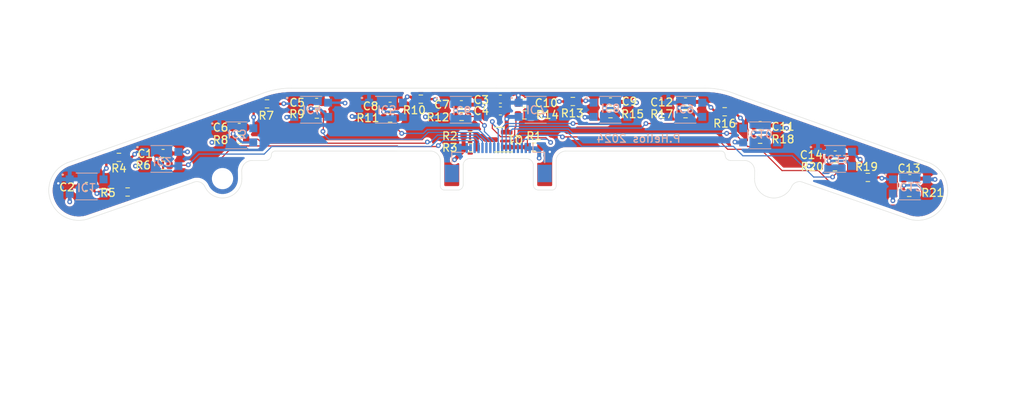
<source format=kicad_pcb>
(kicad_pcb (version 20240108) (generator "pcbnew") (generator_version "8.0")
  (layers (0 "F.Cu" signal) (1 "In1.Cu" signal) (2 "In2.Cu" signal) (31 "B.Cu" signal) (34 "B.Paste" user) (35 "F.Paste" user) (36 "B.SilkS" user "B.Silkscreen") (37 "F.SilkS" user "F.Silkscreen") (38 "B.Mask" user) (39 "F.Mask" user) (44 "Edge.Cuts" user))
  (net 0 "")
  (net 1 "+5V")
  (net 2 "Net-(C1-Pad1)")
  (net 3 "Net-(C2-Pad1)")
  (net 4 "GND")
  (net 5 "Net-(C5-Pad1)")
  (net 6 "Net-(C6-Pad1)")
  (net 7 "Net-(C7-Pad1)")
  (net 8 "Net-(C8-Pad1)")
  (net 9 "Net-(C9-Pad1)")
  (net 10 "Net-(C10-Pad1)")
  (net 11 "Net-(C11-Pad1)")
  (net 12 "Net-(C12-Pad1)")
  (net 13 "Net-(C13-Pad1)")
  (net 14 "Net-(C14-Pad1)")
  (net 15 "Net-(IC1-Pad4)")
  (net 16 "Net-(IC2-Pad1)")
  (net 17 "nmos")
  (net 18 "Net-(IC3-Pad4)")
  (net 19 "Net-(IC4-Pad1)")
  (net 20 "Net-(IC5-Pad4)")
  (net 21 "Net-(IC6-Pad1)")
  (net 22 "Net-(IC7-Pad4)")
  (net 23 "Net-(IC8-Pad1)")
  (net 24 "Net-(IC9-Pad4)")
  (net 25 "Net-(IC10-Pad1)")
  (net 26 "Net-(IC11-Pad4)")
  (net 27 "Net-(IC12-Pad1)")
  (net 28 "PA8")
  (net 29 "PA10")
  (net 30 "PB12")
  (net 31 "PA12")
  (net 32 "PC7")
  (net 33 "PA9")
  (net 34 "PB13")
  (net 35 "PB14")
  (net 36 "PC8")
  (net 37 "PC9")
  (net 38 "PC6")
  (net 39 "PB15")
  (net 40 "PA11")
  (net 41 "Net-(Q1-D)")
  (footprint "Capacitor_SMD:C_0603_1608Metric" (layer "F.Cu") (at 235.5 106)
    (property "Reference" "C13")
    (property "Value" "10n")
  )
  (footprint "Capacitor_SMD:C_0603_1608Metric" (layer "F.Cu") (at 150.375 99.5)
    (property "Reference" "C6")
    (property "Value" "10n")
  )
  (footprint "Capacitor_SMD:C_0603_1608Metric" (layer "F.Cu") (at 183.525 95.9)
    (property "Reference" "C3")
    (property "Value" "0.1u")
  )
  (footprint "Capacitor_SMD:C_0603_1608Metric" (layer "F.Cu") (at 226.025 103)
    (property "Reference" "C14")
    (property "Value" "10n")
  )
  (footprint "Resistor_SMD:R_0603_1608Metric" (layer "F.Cu") (at 186.575 97.9 180)
    (property "Reference" "R14")
    (property "Value" "220")
  )
  (footprint "Resistor_SMD:R_0603_1608Metric" (layer "F.Cu") (at 178.6 98.1)
    (property "Reference" "R12")
    (property "Value" "220")
  )
  (footprint "Capacitor_SMD:C_0603_1608Metric" (layer "F.Cu") (at 178.575 96.6)
    (property "Reference" "C7")
    (property "Value" "10n")
  )
  (footprint "Resistor_SMD:R_0603_1608Metric" (layer "F.Cu") (at 169.525 98.3)
    (property "Reference" "R11")
    (property "Value" "220")
  )
  (footprint "Resistor_SMD:R_0603_1608Metric" (layer "F.Cu") (at 235.425 107.75)
    (property "Reference" "R21")
    (property "Value" "220")
  )
  (footprint "Resistor_SMD:R_0603_1608Metric" (layer "F.Cu") (at 226 104.5)
    (property "Reference" "R20")
    (property "Value" "220")
  )
  (footprint "MountingHole:MountingHole_2.2mm_M2" (layer "F.Cu") (at 148.25 106)
    (property "Reference" "H1" (hide yes))
    (property "Value" "MountingHole")
  )
  (footprint "Resistor_SMD:R_0603_1608Metric" (layer "F.Cu") (at 160.225 97.8)
    (property "Reference" "R9")
    (property "Value" "220")
  )
  (footprint "MountingHole:MountingHole_2.2mm_M2" (layer "F.Cu") (at 218.25 106)
    (property "Reference" "H2" (hide yes))
    (property "Value" "MountingHole")
  )
  (footprint "Resistor_SMD:R_0603_1608Metric" (layer "F.Cu") (at 212 97.5)
    (property "Reference" "R16")
    (property "Value" "39")
  )
  (footprint "Capacitor_SMD:C_0603_1608Metric" (layer "F.Cu") (at 169.525 96.8)
    (property "Reference" "C8")
    (property "Value" "10n")
  )
  (footprint "Resistor_SMD:R_0603_1608Metric" (layer "F.Cu") (at 207.025 97.75)
    (property "Reference" "R17")
    (property "Value" "220")
  )
  (footprint "Resistor_SMD:R_0603_1608Metric" (layer "F.Cu") (at 197.5 97.75)
    (property "Reference" "R15")
    (property "Value" "220")
  )
  (footprint "Resistor_SMD:R_0603_1608Metric" (layer "F.Cu") (at 230.175 105.85)
    (property "Reference" "R19")
    (property "Value" "39")
  )
  (footprint "Resistor_SMD:R_0603_1608Metric" (layer "F.Cu") (at 192.725 96.2)
    (property "Reference" "R13")
    (property "Value" "39")
  )
  (footprint "Capacitor_SMD:C_0603_1608Metric" (layer "F.Cu") (at 140.7 102.8)
    (property "Reference" "C1")
    (property "Value" "10n")
  )
  (footprint "Capacitor_SMD:C_0603_1608Metric" (layer "F.Cu") (at 160.2 96.3)
    (property "Reference" "C5")
    (property "Value" "10n")
  )
  (footprint "Resistor_SMD:R_0603_1608Metric" (layer "F.Cu") (at 135.1 103.3)
    (property "Reference" "R4")
    (property "Value" "39")
  )
  (footprint "Capacitor_SMD:C_0603_1608Metric" (layer "F.Cu") (at 207.025 96.25)
    (property "Reference" "C12")
    (property "Value" "10n")
  )
  (footprint "Capacitor_SMD:C_0603_1608Metric" (layer "F.Cu") (at 197.5 96.25)
    (property "Reference" "C9")
    (property "Value" "10n")
  )
  (footprint "Capacitor_SMD:C_0603_1608Metric" (layer "F.Cu") (at 186.525 96.4 180)
    (property "Reference" "C10")
    (property "Value" "10n")
  )
  (footprint "Resistor_SMD:R_0603_1608Metric" (layer "F.Cu") (at 136.2 107.7)
    (property "Reference" "R5")
    (property "Value" "220")
  )
  (footprint "Resistor_SMD:R_0603_1608Metric" (layer "F.Cu") (at 179.7 102.075 180)
    (property "Reference" "R3")
    (property "Value" "47")
  )
  (footprint "Resistor_SMD:R_0603_1608Metric" (layer "F.Cu") (at 150.425 101)
    (property "Reference" "R8")
    (property "Value" "220")
  )
  (footprint "NMOS_new:NMOS_SN" (layer "F.Cu") (at 183.5 101.128 180)
    (property "Reference" "Q1")
    (property "Value" "NMOS")
  )
  (footprint "Capacitor_SMD:C_0603_1608Metric" (layer "F.Cu") (at 183.525 97.4)
    (property "Reference" "C4")
    (property "Value" "1u")
  )
  (footprint "Capacitor_SMD:C_0603_1608Metric" (layer "F.Cu") (at 130.975 107 180)
    (property "Reference" "C2")
    (property "Value" "10n")
  )
  (footprint "Resistor_SMD:R_0603_1608Metric" (layer "F.Cu") (at 140.7 104.3)
    (property "Reference" "R6")
    (property "Value" "220")
  )
  (footprint "Resistor_SMD:R_0603_1608Metric" (layer "F.Cu") (at 187.775 102 180)
    (property "Reference" "R1")
    (property "Value" "47K")
  )
  (footprint "Resistor_SMD:R_0603_1608Metric" (layer "F.Cu") (at 179.675 100.575 180)
    (property "Reference" "R2")
    (property "Value" "47")
  )
  (footprint "Capacitor_SMD:C_0603_1608Metric" (layer "F.Cu") (at 216.5 99.25)
    (property "Reference" "C11")
    (property "Value" "10n")
  )
  (footprint "Resistor_SMD:R_0603_1608Metric" (layer "F.Cu") (at 216.5 101)
    (property "Reference" "R18")
    (property "Value" "220")
  )
  (footprint "Resistor_SMD:R_0603_1608Metric" (layer "F.Cu") (at 173.425 95.9)
    (property "Reference" "R10")
    (property "Value" "39")
  )
  (footprint "Resistor_SMD:R_0603_1608Metric" (layer "F.Cu") (at 153.9 96.5)
    (property "Reference" "R7")
    (property "Value" "39")
  )
  (footprint "Sensor_Optical:KTIR0711S" (layer "B.Cu") (at 140.5 103.5)
    (property "Reference" "IC2")
    (property "Value" "~")
  )
  (footprint "Sensor_Optical:KTIR0711S" (layer "B.Cu") (at 235.5 107)
    (property "Reference" "IC12")
    (property "Value" "~")
  )
  (footprint "Sensor_Optical:KTIR0711S" (layer "B.Cu") (at 178.5 97.25)
    (property "Reference" "IC6")
    (property "Value" "~")
  )
  (footprint "Sensor_Optical:KTIR0711S" (layer "B.Cu") (at 131 107)
    (property "Reference" "IC1")
    (property "Value" "~")
  )
  (footprint "Sensor_Optical:KTIR0711S" (layer "B.Cu") (at 150 100.5)
    (property "Reference" "IC3")
    (property "Value" "~")
  )
  (footprint "Sensor_Optical:KTIR0711S" (layer "B.Cu") (at 216.5 100.5)
    (property "Reference" "IC10")
    (property "Value" "~")
  )
  (footprint "Sensor_Optical:KTIR0711S" (layer "B.Cu") (at 188 97.25)
    (property "Reference" "IC7")
    (property "Value" "~")
  )
  (footprint "Connector_FFC-FPC:Hirose_FH12-17S-0.5SH_1x17-1MP_P0.50mm_Horizontal" (layer "B.Cu") (at 183.25 103.95 180)
    (property "Reference" "J2" (hide yes))
    (property "Value" "Conn_01x17")
  )
  (footprint "Sensor_Optical:KTIR0711S" (layer "B.Cu") (at 226 103.5)
    (property "Reference" "IC11")
    (property "Value" "~")
  )
  (footprint "Sensor_Optical:KTIR0711S" (layer "B.Cu") (at 197.5 97.25)
    (property "Reference" "IC8")
    (property "Value" "~")
  )
  (footprint "Sensor_Optical:KTIR0711S" (layer "B.Cu") (at 159.5 97.25)
    (property "Reference" "IC4")
    (property "Value" "~")
  )
  (footprint "Sensor_Optical:KTIR0711S" (layer "B.Cu") (at 169 97.25)
    (property "Reference" "IC5")
    (property "Value" "~")
  )
  (footprint "Sensor_Optical:KTIR0711S" (layer "B.Cu") (at 207 97.25)
    (property "Reference" "IC9")
    (property "Value" "~")
  )
  (gr_arc (start 178.8 104.3) (mid 179.048959 103.698959) (end 179.65 103.45) (stroke (width 0.05)) (layer "Edge.Cuts"))
  (gr_arc (start 186.85 103.45) (mid 187.451041 103.698959) (end 187.7 104.3) (stroke (width 0.05)) (layer "Edge.Cuts"))
  (gr_arc (start 220.500001 107) (mid 221.146447 106.439341) (end 222 106.500001) (stroke (width 0.05)) (layer "Edge.Cuts"))
  (gr_arc (start 220.5 107) (mid 217.738865 108.408577) (end 215.787786 106) (stroke (width 0.05)) (layer "Edge.Cuts"))
  (gr_arc (start 178.8 106.8) (mid 178.609619 107.259619) (end 178.15 107.45) (stroke (width 0.05)) (layer "Edge.Cuts"))
  (gr_line (start 213.574599 95.322829) (end 238 104) (stroke (width 0.05)) (layer "Edge.Cuts"))
  (gr_arc (start 154.447225 103) (mid 154.594484 102.644484) (end 154.95 102.497225) (stroke (width 0.05)) (layer "Edge.Cuts"))
  (gr_line (start 150.697225 105) (end 150.712214 106) (stroke (width 0.05)) (layer "Edge.Cuts"))
  (gr_line (start 175.9 103.75) (end 175.9 106.95) (stroke (width 0.05)) (layer "Edge.Cuts"))
  (gr_arc (start 190.6 106.95) (mid 190.453553 107.303553) (end 190.1 107.45) (stroke (width 0.05)) (layer "Edge.Cuts"))
  (gr_arc (start 209.5 94.5) (mid 211.578425 94.707763) (end 213.574599 95.322829) (stroke (width 0.05)) (layer "Edge.Cuts"))
  (gr_arc (start 212.75 103.697225) (mid 212.256987 103.493013) (end 212.052775 103) (stroke (width 0.05)) (layer "Edge.Cuts"))
  (gr_line (start 183 94.5) (end 209.5 94.5) (stroke (width 0.05)) (layer "Edge.Cuts"))
  (gr_arc (start 154.447225 103) (mid 154.243013 103.493013) (end 153.75 103.697225) (stroke (width 0.05)) (layer "Edge.Cuts"))
  (gr_arc (start 131.414213 111.035533) (mid 126.481973 108.957215) (end 128.5 104.000001) (stroke (width 0.05)) (layer "Edge.Cuts"))
  (gr_arc (start 190.6 103.75) (mid 190.966117 102.866117) (end 191.85 102.5) (stroke (width 0.05)) (layer "Edge.Cuts"))
  (gr_line (start 174.65 102.5) (end 154.95 102.497225) (stroke (width 0.05)) (layer "Edge.Cuts"))
  (gr_arc (start 211.55 102.497225) (mid 211.905516 102.644484) (end 212.052775 103) (stroke (width 0.05)) (layer "Edge.Cuts"))
  (gr_arc (start 150.697225 105) (mid 151.078799 104.078799) (end 152 103.697225) (stroke (width 0.05)) (layer "Edge.Cuts"))
  (gr_arc (start 144.5 106.500001) (mid 145.353553 106.439341) (end 145.999999 107) (stroke (width 0.05)) (layer "Edge.Cuts"))
  (gr_arc (start 176.4 107.45) (mid 176.046447 107.303553) (end 175.9 106.95) (stroke (width 0.05)) (layer "Edge.Cuts"))
  (gr_line (start 190.1 107.45) (end 188.35 107.45) (stroke (width 0.05)) (layer "Edge.Cuts"))
  (gr_line (start 183 94.5) (end 157 94.5) (stroke (width 0.05)) (layer "Edge.Cuts"))
  (gr_line (start 214.5 103.697225) (end 212.75 103.697225) (stroke (width 0.05)) (layer "Edge.Cuts"))
  (gr_line (start 131.414213 111.035533) (end 144.5 106.5) (stroke (width 0.05)) (layer "Edge.Cuts"))
  (gr_arc (start 152.925401 95.322829) (mid 154.921575 94.707763) (end 157 94.5) (stroke (width 0.05)) (layer "Edge.Cuts"))
  (gr_line (start 152.925401 95.322829) (end 128.5 104) (stroke (width 0.05)) (layer "Edge.Cuts"))
  (gr_line (start 187.7 104.3) (end 187.7 106.8) (stroke (width 0.05)) (layer "Edge.Cuts"))
  (gr_line (start 235.085787 111.035533) (end 222 106.5) (stroke (width 0.05)) (layer "Edge.Cuts"))
  (gr_line (start 215.802775 105) (end 215.787786 106) (stroke (width 0.05)) (layer "Edge.Cuts"))
  (gr_arc (start 214.5 103.697225) (mid 215.421201 104.078799) (end 215.802775 105) (stroke (width 0.05)) (layer "Edge.Cuts"))
  (gr_line (start 186.85 103.45) (end 179.65 103.45) (stroke (width 0.05)) (layer "Edge.Cuts"))
  (gr_line (start 178.8 104.3) (end 178.8 106.8) (stroke (width 0.05)) (layer "Edge.Cuts"))
  (gr_arc (start 150.712214 106) (mid 148.761135 108.408576) (end 146 107) (stroke (width 0.05)) (layer "Edge.Cuts"))
  (gr_line (start 190.6 106.95) (end 190.6 103.75) (stroke (width 0.05)) (layer "Edge.Cuts"))
  (gr_arc (start 174.65 102.5) (mid 175.533883 102.866117) (end 175.9 103.75) (stroke (width 0.05)) (layer "Edge.Cuts"))
  (gr_line (start 178.15 107.45) (end 176.4 107.45) (stroke (width 0.05)) (layer "Edge.Cuts"))
  (gr_arc (start 238 104.000001) (mid 240.018028 108.957215) (end 235.085787 111.035533) (stroke (width 0.05)) (layer "Edge.Cuts"))
  (gr_line (start 211.55 102.497225) (end 191.85 102.5) (stroke (width 0.05)) (layer "Edge.Cuts"))
  (gr_arc (start 188.35 107.45) (mid 187.890381 107.259619) (end 187.7 106.8) (stroke (width 0.05)) (layer "Edge.Cuts"))
  (gr_line (start 153.75 103.697225) (end 152 103.697225) (stroke (width 0.05)) (layer "Edge.Cuts"))
  (gr_text "P.Helios 2024" (at 206.5 101.5 -0) (layer "B.SilkS") (effects (font (size 1 1) (thickness 0.16) (bold yes)) (justify left bottom mirror)))
  (segment (start 188.6 102) (end 189.2 102) (width 0.3) (layer "F.Cu") (net 1))
  (segment (start 185.8 95.4) (end 185.8 95.3) (width 0.5) (layer "F.Cu") (net 1))
  (segment (start 189.2 102) (end 189.8 102.6) (width 0.3) (layer "F.Cu") (net 1))
  (segment (start 185.8 96.3) (end 185.8 95.4) (width 0.5) (layer "F.Cu") (net 1))
  (segment (start 185.75 96.4) (end 185.9 96.4) (width 0.15) (layer "F.Cu") (net 1))
  (segment (start 185.9 96.4) (end 185.8 96.3) (width 0.5) (layer "F.Cu") (net 1))
  (via (at 189.8 102.6) (size 0.6) (drill 0.3) (layers "F.Cu" "B.Cu") (net 1))
  (via (at 127.4 106.6) (size 0.6) (drill 0.3) (layers "F.Cu" "B.Cu") (net 1))
  (via (at 177.4 102.1) (size 0.6) (drill 0.3) (layers "F.Cu" "B.Cu") (net 1))
  (via (at 185.8 95.4) (size 0.6) (drill 0.3) (layers "F.Cu" "B.Cu") (net 1))
  (segment (start 177.9 102.1) (end 177.4 102.1) (width 0.5) (layer "B.Cu") (net 1))
  (segment (start 179.25 102.1) (end 179.65 102.1) (width 0.5) (layer "B.Cu") (net 1))
  (segment (start 179.25 102.1) (end 177.9 102.1) (width 0.5) (layer "B.Cu") (net 1))
  (segment (start 139.925 104.25) (end 139.875 104.3) (width 0.3) (layer "F.Cu") (net 2))
  (segment (start 139.9 103.5) (end 139.925 103.525) (width 0.3) (layer "F.Cu") (net 2))
  (segment (start 139.925 103.475) (end 139.9 103.5) (width 0.3) (layer "F.Cu") (net 2))
  (segment (start 139.925 103.525) (end 139.925 104.25) (width 0.3) (layer "F.Cu") (net 2))
  (segment (start 139.925 102.8) (end 139.925 103.475) (width 0.3) (layer "F.Cu") (net 2))
  (via (at 139.9 103.5) (size 0.6) (drill 0.3) (layers "F.Cu" "B.Cu") (net 2))
  (segment (start 139.9 103.5) (end 140.8 104.4) (width 0.3) (layer "B.Cu") (net 2))
  (segment (start 140.8 104.4) (end 142.65 104.4) (width 0.3) (layer "B.Cu") (net 2))
  (segment (start 132.5 107.7) (end 132.3 107.9) (width 0.3) (layer "F.Cu") (net 3))
  (segment (start 131.75 107) (end 131.75 107.35) (width 0.3) (layer "F.Cu") (net 3))
  (segment (start 131.75 107.35) (end 132.3 107.9) (width 0.3) (layer "F.Cu") (net 3))
  (segment (start 135.375 107.7) (end 132.5 107.7) (width 0.3) (layer "F.Cu") (net 3))
  (via (at 132.3 107.9) (size 0.6) (drill 0.3) (layers "F.Cu" "B.Cu") (net 3))
  (segment (start 133.15 107.9) (end 132.3 107.9) (width 0.3) (layer "B.Cu") (net 3))
  (segment (start 184.3255 98.435352) (end 184.3255 100.1) (width 0.5) (layer "F.Cu") (net 4))
  (segment (start 184.335852 98.425) (end 184.3255 98.435352) (width 0.5) (layer "F.Cu") (net 4))
  (segment (start 184.3 95.9) (end 184.3 98.389148) (width 0.5) (layer "F.Cu") (net 4))
  (segment (start 184.3 98.389148) (end 184.335852 98.425) (width 0.5) (layer "F.Cu") (net 4))
  (via (at 164.7 98.1) (size 0.6) (drill 0.3) (layers "F.Cu" "B.Cu") (net 4))
  (via (at 174 98.15) (size 0.6) (drill 0.3) (layers "F.Cu" "B.Cu") (net 4))
  (via (at 203.9 98.15) (size 0.6) (drill 0.3) (layers "F.Cu" "B.Cu") (net 4))
  (via (at 213.3 101.35) (size 0.6) (drill 0.3) (layers "F.Cu" "B.Cu") (net 4))
  (via (at 233.35 108.8) (size 0.6) (drill 0.3) (layers "F.Cu" "B.Cu") (net 4))
  (via (at 137.2 104.4) (size 0.6) (drill 0.3) (layers "F.Cu" "B.Cu") (net 4))
  (via (at 184.335852 98.425) (size 0.6) (drill 0.3) (layers "F.Cu" "B.Cu") (net 4))
  (via (at 194.25 98.2) (size 0.6) (drill 0.3) (layers "F.Cu" "B.Cu") (net 4))
  (via (at 222.7 104.4) (size 0.6) (drill 0.3) (layers "F.Cu" "B.Cu") (net 4))
  (via (at 146.9 101.4) (size 0.6) (drill 0.3) (layers "F.Cu" "B.Cu") (net 4))
  (via (at 156.4 98.2) (size 0.6) (drill 0.3) (layers "F.Cu" "B.Cu") (net 4))
  (via (at 128.85 108.95) (size 0.6) (drill 0.3) (layers "F.Cu" "B.Cu") (net 4))
  (via (at 188.45 103.4) (size 0.6) (drill 0.3) (layers "F.Cu" "B.Cu") (net 4))
  (segment (start 233.35 107.9) (end 233.35 108.8) (width 0.5) (layer "B.Cu") (net 4))
  (segment (start 128.85 108.95) (end 128.85 107.9) (width 0.5) (layer "B.Cu") (net 4))
  (segment (start 204.85 98.15) (end 203.9 98.15) (width 0.5) (layer "B.Cu") (net 4))
  (segment (start 184.610852 98.15) (end 185.85 98.15) (width 0.5) (layer "B.Cu") (net 4))
  (segment (start 188.45 102.55) (end 188.45 103.4) (width 0.5) (layer "B.Cu") (net 4))
  (segment (start 128.85 108.95) (end 128.9 109) (width 0.3) (layer "B.Cu") (net 4))
  (segment (start 164.7 98.1) (end 164.75 98.15) (width 0.5) (layer "B.Cu") (net 4))
  (segment (start 184.335852 98.425) (end 184.610852 98.15) (width 0.5) (layer "B.Cu") (net 4))
  (segment (start 156.45 98.15) (end 156.4 98.2) (width 0.3) (layer "B.Cu") (net 4))
  (segment (start 214.35 101.4) (end 213.508448 101.4) (width 0.5) (layer "B.Cu") (net 4))
  (segment (start 187.25 102.15) (end 188.05 102.15) (width 0.5) (layer "B.Cu") (net 4))
  (segment (start 164.75 98.15) (end 166.85 98.15) (width 0.5) (layer "B.Cu") (net 4))
  (segment (start 187.25 102.15) (end 186.85 102.15) (width 0.5) (layer "B.Cu") (net 4))
  (segment (start 233.35 108.8) (end 233.35 108.85) (width 0.5) (layer "B.Cu") (net 4))
  (segment (start 223.85 104.4) (end 222.7 104.4) (width 0.5) (layer "B.Cu") (net 4))
  (segment (start 147.85 101.4) (end 146.9 101.4) (width 0.5) (layer "B.Cu") (net 4))
  (segment (start 194.25 98.2) (end 195.3 98.2) (width 0.5) (layer "B.Cu") (net 4))
  (segment (start 138.35 104.4) (end 137.2 104.4) (width 0.5) (layer "B.Cu") (net 4))
  (segment (start 188.05 102.15) (end 188.45 102.55) (width 0.5) (layer "B.Cu") (net 4))
  (segment (start 157.35 98.15) (end 156.45 98.15) (width 0.5) (layer "B.Cu") (net 4))
  (segment (start 176.35 98.15) (end 174 98.15) (width 0.5) (layer "B.Cu") (net 4))
  (segment (start 203.9 98.15) (end 203.95 98.15) (width 0.5) (layer "B.Cu") (net 4))
  (segment (start 159.425 97.775) (end 159.4 97.8) (width 0.3) (layer "F.Cu") (net 5))
  (segment (start 159.425 96.3) (end 159.425 97.025) (width 0.3) (layer "F.Cu") (net 5))
  (segment (start 159.5 97.1) (end 159.425 97.175) (width 0.3) (layer "F.Cu") (net 5))
  (segment (start 159.425 97.025) (end 159.5 97.1) (width 0.3) (layer "F.Cu") (net 5))
  (segment (start 159.425 97.175) (end 159.425 97.775) (width 0.3) (layer "F.Cu") (net 5))
  (via (at 159.5 97.1) (size 0.6) (drill 0.3) (layers "F.Cu" "B.Cu") (net 5))
  (segment (start 160.6 97.1) (end 161.65 98.15) (width 0.3) (layer "B.Cu") (net 5))
  (segment (start 159.5 97.1) (end 160.6 97.1) (width 0.3) (layer "B.Cu") (net 5))
  (segment (start 149.6 100.3) (end 149.6 101) (width 0.3) (layer "F.Cu") (net 6))
  (segment (start 149.6 99.5) (end 149.6 100.3) (width 0.3) (layer "F.Cu") (net 6))
  (via (at 149.6 100.3) (size 0.6) (drill 0.3) (layers "F.Cu" "B.Cu") (net 6))
  (segment (start 150.7 101.4) (end 152.15 101.4) (width 0.3) (layer "B.Cu") (net 6))
  (segment (start 149.6 100.3) (end 150.7 101.4) (width 0.3) (layer "B.Cu") (net 6))
  (segment (start 177.85 97.35) (end 177.8 97.4) (width 0.3) (layer "F.Cu") (net 7))
  (segment (start 177.8 98.075) (end 177.775 98.1) (width 0.3) (layer "F.Cu") (net 7))
  (segment (start 177.8 97.4) (end 177.8 98.075) (width 0.3) (layer "F.Cu") (net 7))
  (segment (start 177.8 97.3) (end 177.85 97.35) (width 0.3) (layer "F.Cu") (net 7))
  (segment (start 177.8 96.6) (end 177.8 97.3) (width 0.3) (layer "F.Cu") (net 7))
  (via (at 177.85 97.35) (size 0.6) (drill 0.3) (layers "F.Cu" "B.Cu") (net 7))
  (segment (start 177.95 97.45) (end 177.85 97.35) (width 0.3) (layer "B.Cu") (net 7))
  (segment (start 180.65 98.15) (end 179.95 97.45) (width 0.3) (layer "B.Cu") (net 7))
  (segment (start 179.95 97.45) (end 177.95 97.45) (width 0.3) (layer "B.Cu") (net 7))
  (segment (start 168.7 98.3) (end 168.7 97.5) (width 0.3) (layer "F.Cu") (net 8))
  (segment (start 168.7 97.5) (end 168.7 96.85) (width 0.3) (layer "F.Cu") (net 8))
  (segment (start 168.7 96.85) (end 168.75 96.8) (width 0.3) (layer "F.Cu") (net 8))
  (via (at 168.7 97.5) (size 0.6) (drill 0.3) (layers "F.Cu" "B.Cu") (net 8))
  (segment (start 168.7 97.5) (end 170.5 97.5) (width 0.3) (layer "B.Cu") (net 8))
  (segment (start 170.5 97.5) (end 171.15 98.15) (width 0.3) (layer "B.Cu") (net 8))
  (segment (start 196.75 97.05) (end 196.725 97.075) (width 0.5) (layer "F.Cu") (net 9))
  (segment (start 196.725 97.025) (end 196.75 97.05) (width 0.5) (layer "F.Cu") (net 9))
  (segment (start 196.725 97.7) (end 196.675 97.75) (width 0.5) (layer "F.Cu") (net 9))
  (segment (start 196.725 97.075) (end 196.725 97.7) (width 0.5) (layer "F.Cu") (net 9))
  (segment (start 196.725 96.25) (end 196.725 97.025) (width 0.5) (layer "F.Cu") (net 9))
  (via (at 196.75 97.05) (size 0.6) (drill 0.3) (layers "F.Cu" "B.Cu") (net 9))
  (segment (start 199.15 98.15) (end 199.65 98.15) (width 0.3) (layer "B.Cu") (net 9))
  (segment (start 196.75 97.05) (end 198.05 97.05) (width 0.3) (layer "B.Cu") (net 9))
  (segment (start 198.05 97.05) (end 199.15 98.15) (width 0.3) (layer "B.Cu") (net 9))
  (segment (start 187.3 97.8) (end 187.4 97.9) (width 0.3) (layer "F.Cu") (net 10))
  (segment (start 187.4 97.9) (end 188.65 97.9) (width 0.3) (layer "F.Cu") (net 10))
  (segment (start 188.65 97.9) (end 188.75 98) (width 0.3) (layer "F.Cu") (net 10))
  (segment (start 187.3 96.4) (end 187.3 97.8) (width 0.3) (layer "F.Cu") (net 10))
  (via (at 188.75 98) (size 0.6) (drill 0.3) (layers "F.Cu" "B.Cu") (net 10))
  (segment (start 188.9 98.15) (end 188.75 98) (width 0.15) (layer "B.Cu") (net 10))
  (segment (start 190.15 98.15) (end 188.9 98.15) (width 0.15) (layer "B.Cu") (net 10))
  (segment (start 215.675 100.175) (end 215.65 100.15) (width 0.3) (layer "F.Cu") (net 11))
  (segment (start 215.65 100.15) (end 215.675 100.125) (width 0.3) (layer "F.Cu") (net 11))
  (segment (start 215.675 101) (end 215.675 100.175) (width 0.3) (layer "F.Cu") (net 11))
  (segment (start 215.675 100.125) (end 215.675 99.3) (width 0.3) (layer "F.Cu") (net 11))
  (segment (start 215.675 99.3) (end 215.725 99.25) (width 0.3) (layer "F.Cu") (net 11))
  (via (at 215.65 100.15) (size 0.6) (drill 0.3) (layers "F.Cu" "B.Cu") (net 11))
  (segment (start 217.45 100.15) (end 218.65 101.35) (width 0.3) (layer "B.Cu") (net 11))
  (segment (start 215.65 100.15) (end 217.45 100.15) (width 0.3) (layer "B.Cu") (net 11))
  (segment (start 218.65 101.35) (end 218.65 101.4) (width 0.3) (layer "B.Cu") (net 11))
  (segment (start 206.25 97.7) (end 206.2 97.75) (width 0.3) (layer "F.Cu") (net 12))
  (segment (start 206.25 96.25) (end 206.25 97) (width 0.3) (layer "F.Cu") (net 12))
  (segment (start 206.25 97) (end 206.25 97.7) (width 0.3) (layer "F.Cu") (net 12))
  (via (at 206.25 97) (size 0.6) (drill 0.3) (layers "F.Cu" "B.Cu") (net 12))
  (segment (start 206.25 97) (end 207.65 97) (width 0.3) (layer "B.Cu") (net 12))
  (segment (start 207.65 97) (end 208.8 98.15) (width 0.3) (layer "B.Cu") (net 12))
  (segment (start 208.8 98.15) (end 209.15 98.15) (width 0.3) (layer "B.Cu") (net 12))
  (segment (start 234.725 107.625) (end 234.6 107.75) (width 0.3) (layer "F.Cu") (net 13))
  (segment (start 234.725 106.875) (end 234.725 107.625) (width 0.3) (layer "F.Cu") (net 13))
  (segment (start 234.75 106.85) (end 234.725 106.875) (width 0.3) (layer "F.Cu") (net 13))
  (segment (start 234.725 106) (end 234.725 106.825) (width 0.3) (layer "F.Cu") (net 13))
  (segment (start 234.725 106.825) (end 234.75 106.85) (width 0.3) (layer "F.Cu") (net 13))
  (via (at 234.75 106.85) (size 0.6) (drill 0.3) (layers "F.Cu" "B.Cu") (net 13))
  (segment (start 236.6 106.85) (end 237.65 107.9) (width 0.3) (layer "B.Cu") (net 13))
  (segment (start 234.75 106.85) (end 236.6 106.85) (width 0.3) (layer "B.Cu") (net 13))
  (segment (start 225.25 103.75) (end 225.25 104.425) (width 0.3) (layer "F.Cu") (net 14))
  (segment (start 225.25 104.425) (end 225.175 104.5) (width 0.3) (layer "F.Cu") (net 14))
  (segment (start 225.25 103) (end 225.25 103.75) (width 0.3) (layer "F.Cu") (net 14))
  (via (at 225.25 103.75) (size 0.6) (drill 0.3) (layers "F.Cu" "B.Cu") (net 14))
  (segment (start 225.25 103.75) (end 227.5 103.75) (width 0.3) (layer "B.Cu") (net 14))
  (segment (start 227.5 103.75) (end 228.15 104.4) (width 0.3) (layer "B.Cu") (net 14))
  (segment (start 133.5 104.075) (end 134.275 103.3) (width 0.3) (layer "F.Cu") (net 15))
  (segment (start 133.5 104.7) (end 133.5 104.075) (width 0.3) (layer "F.Cu") (net 15))
  (via (at 133.5 104.7) (size 0.6) (drill 0.3) (layers "F.Cu" "B.Cu") (net 15))
  (segment (start 133.15 106.1) (end 133.15 105.05) (width 0.3) (layer "B.Cu") (net 15))
  (segment (start 133.15 105.05) (end 133.5 104.7) (width 0.3) (layer "B.Cu") (net 15))
  (segment (start 136.7 103.3) (end 137.1 102.9) (width 0.3) (layer "F.Cu") (net 16))
  (segment (start 135.925 103.3) (end 136.7 103.3) (width 0.3) (layer "F.Cu") (net 16))
  (via (at 137.1 102.9) (size 0.6) (drill 0.3) (layers "F.Cu" "B.Cu") (net 16))
  (segment (start 138.35 102.6) (end 137.4 102.6) (width 0.3) (layer "B.Cu") (net 16))
  (segment (start 137.4 102.6) (end 137.1 102.9) (width 0.3) (layer "B.Cu") (net 16))
  (segment (start 178.875 102.075) (end 178.875 102.425) (width 0.5) (layer "F.Cu") (net 17))
  (segment (start 178.85 100.575) (end 178.85 102.05) (width 0.5) (layer "F.Cu") (net 17))
  (segment (start 178.85 102.05) (end 178.875 102.075) (width 0.5) (layer "F.Cu") (net 17))
  (segment (start 178.875 102.425) (end 177.7 103.6) (width 0.5) (layer "F.Cu") (net 17))
  (via (at 219.85 99.6) (size 0.6) (drill 0.3) (layers "F.Cu" "B.Cu") (net 17))
  (via (at 177.7 103.6) (size 0.6) (drill 0.3) (layers "F.Cu" "B.Cu") (net 17))
  (via (at 238.7 106.1) (size 0.6) (drill 0.3) (layers "F.Cu" "B.Cu") (net 17))
  (via (at 163.8 96.4) (size 0.6) (drill 0.3) (layers "F.Cu" "B.Cu") (net 17))
  (via (at 200.8 96.35) (size 0.6) (drill 0.3) (layers "F.Cu" "B.Cu") (net 17))
  (via (at 181.3 96.7) (size 0.6) (drill 0.3) (layers "F.Cu" "B.Cu") (net 17))
  (via (at 143.8 102.6) (size 0.6) (drill 0.3) (layers "F.Cu" "B.Cu") (net 17))
  (segment (start 142.65 102.6) (end 143.8 102.6) (width 0.3) (layer "B.Cu") (net 17))
  (segment (start 181.3 96.7) (end 180.95 96.35) (width 0.5) (layer "B.Cu") (net 17))
  (segment (start 218.65 99.6) (end 219.85 99.6) (width 0.5) (layer "B.Cu") (net 17))
  (segment (start 180.95 96.35) (end 180.65 96.35) (width 0.5) (layer "B.Cu") (net 17))
  (segment (start 219.85 99.6) (end 219.8 99.6) (width 0.5) (layer "B.Cu") (net 17))
  (segment (start 199.65 96.35) (end 200.8 96.35) (width 0.5) (layer "B.Cu") (net 17))
  (segment (start 163.8 96.4) (end 163.75 96.35) (width 0.3) (layer "B.Cu") (net 17))
  (segment (start 237.65 106.1) (end 238.7 106.1) (width 0.5) (layer "B.Cu") (net 17))
  (segment (start 200.8 96.35) (end 200.85 96.35) (width 0.5) (layer "B.Cu") (net 17))
  (segment (start 163.75 96.35) (end 161.65 96.35) (width 0.3) (layer "B.Cu") (net 17))
  (segment (start 153.075 96.5) (end 152.9 96.5) (width 0.3) (layer "F.Cu") (net 18))
  (segment (start 152.2 97.2) (end 152.2 98.2) (width 0.3) (layer "F.Cu") (net 18))
  (segment (start 152.9 96.5) (end 152.2 97.2) (width 0.3) (layer "F.Cu") (net 18))
  (via (at 152.2 98.2) (size 0.6) (drill 0.3) (layers "F.Cu" "B.Cu") (net 18))
  (segment (start 152.2 99.55) (end 152.15 99.6) (width 0.3) (layer "B.Cu") (net 18))
  (segment (start 152.2 98.2) (end 152.2 99.55) (width 0.3) (layer "B.Cu") (net 18))
  (segment (start 156 96.5) (end 154.725 96.5) (width 0.3) (layer "F.Cu") (net 19))
  (segment (start 156.025 96.475) (end 156 96.5) (width 0.3) (layer "F.Cu") (net 19))
  (via (at 156.025 96.475) (size 0.6) (drill 0.3) (layers "F.Cu" "B.Cu") (net 19))
  (segment (start 156.025 96.475) (end 157.225 96.475) (width 0.3) (layer "B.Cu") (net 19))
  (segment (start 157.225 96.475) (end 157.35 96.35) (width 0.3) (layer "B.Cu") (net 19))
  (segment (start 172.1 95.6) (end 172.6 96.1) (width 0.3) (layer "F.Cu") (net 20))
  (segment (start 171.7 95.6) (end 172.1 95.6) (width 0.3) (layer "F.Cu") (net 20))
  (via (at 171.7 95.6) (size 0.6) (drill 0.3) (layers "F.Cu" "B.Cu") (net 20))
  (segment (start 171.15 96.15) (end 171.15 96.35) (width 0.3) (layer "B.Cu") (net 20))
  (segment (start 171.7 95.6) (end 171.15 96.15) (width 0.3) (layer "B.Cu") (net 20))
  (segment (start 175.25 95.95) (end 175.2 95.9) (width 0.3) (layer "F.Cu") (net 21))
  (segment (start 175.2 95.9) (end 174.45 95.9) (width 0.3) (layer "F.Cu") (net 21))
  (segment (start 174.45 95.9) (end 174.25 96.1) (width 0.3) (layer "F.Cu") (net 21))
  (via (at 175.25 95.95) (size 0.6) (drill 0.3) (layers "F.Cu" "B.Cu") (net 21))
  (segment (start 175.25 95.95) (end 175.65 96.35) (width 0.3) (layer "B.Cu") (net 21))
  (segment (start 175.65 96.35) (end 176.35 96.35) (width 0.3) (layer "B.Cu") (net 21))
  (segment (start 191 96.2) (end 190.95 96.2) (width 0.3) (layer "F.Cu") (net 22))
  (segment (start 191.9 96.2) (end 191 96.2) (width 0.3) (layer "F.Cu") (net 22))
  (segment (start 190.95 96.2) (end 190.95 96.2) (width 0.3) (layer "F.Cu") (net 22))
  (segment (start 191 96.15) (end 191 96.2) (width 0.3) (layer "F.Cu") (net 22))
  (via (at 191 96.2) (size 0.6) (drill 0.3) (layers "F.Cu" "B.Cu") (net 22))
  (segment (start 190.3 96.2) (end 190.15 96.35) (width 0.3) (layer "B.Cu") (net 22))
  (segment (start 191 96.2) (end 190.3 96.2) (width 0.3) (layer "B.Cu") (net 22))
  (segment (start 193.65 96.1) (end 193.55 96.2) (width 0.3) (layer "F.Cu") (net 23))
  (segment (start 194.35 96.1) (end 193.65 96.1) (width 0.3) (layer "F.Cu") (net 23))
  (via (at 194.35 96.1) (size 0.6) (drill 0.3) (layers "F.Cu" "B.Cu") (net 23))
  (segment (start 195.1 96.1) (end 195.35 96.35) (width 0.3) (layer "B.Cu") (net 23))
  (segment (start 194.35 96.1) (end 195.1 96.1) (width 0.3) (layer "B.Cu") (net 23))
  (segment (start 211.175 97.5) (end 210.8 97.5) (width 0.3) (layer "F.Cu") (net 24))
  (segment (start 210.8 97.5) (end 210.25 96.95) (width 0.3) (layer "F.Cu") (net 24))
  (via (at 210.25 96.95) (size 0.6) (drill 0.3) (layers "F.Cu" "B.Cu") (net 24))
  (segment (start 209.15 96.35) (end 209.65 96.35) (width 0.3) (layer "B.Cu") (net 24))
  (segment (start 210.25 96.95) (end 210.2 96.9) (width 0.3) (layer "B.Cu") (net 24))
  (segment (start 209.65 96.35) (end 210.25 96.95) (width 0.3) (layer "B.Cu") (net 24))
  (segment (start 213.2 97.5) (end 214 98.3) (width 0.3) (layer "F.Cu") (net 25))
  (segment (start 212.825 97.5) (end 213.2 97.5) (width 0.3) (layer "F.Cu") (net 25))
  (via (at 214 98.3) (size 0.6) (drill 0.3) (layers "F.Cu" "B.Cu") (net 25))
  (segment (start 214 98.3) (end 214.35 98.65) (width 0.3) (layer "B.Cu") (net 25))
  (segment (start 214.35 98.65) (end 214.35 99.6) (width 0.3) (layer "B.Cu") (net 25))
  (segment (start 229.35 105.85) (end 229.35 103.7) (width 0.3) (layer "F.Cu") (net 26))
  (via (at 229.2 103.55) (size 0.6) (drill 0.3) (layers "F.Cu" "B.Cu") (net 26))
  (segment (start 229.1 103.55) (end 228.15 102.6) (width 0.3) (layer "B.Cu") (net 26))
  (segment (start 229.2 103.55) (end 229.1 103.55) (width 0.3) (layer "B.Cu") (net 26))
  (segment (start 231.85 105.85) (end 231.95 105.95) (width 0.3) (layer "F.Cu") (net 27))
  (segment (start 231 105.85) (end 231.85 105.85) (width 0.3) (layer "F.Cu") (net 27))
  (via (at 231.95 105.95) (size 0.6) (drill 0.3) (layers "F.Cu" "B.Cu") (net 27))
  (segment (start 231.95 105.95) (end 232.5 105.95) (width 0.3) (layer "B.Cu") (net 27))
  (segment (start 232.65 106.1) (end 233.35 106.1) (width 0.3) (layer "B.Cu") (net 27))
  (segment (start 232.5 105.95) (end 232.65 106.1) (width 0.3) (layer "B.Cu") (net 27))
  (segment (start 231.95 105.95) (end 232.05 106.05) (width 0.3) (layer "B.Cu") (net 27))
  (segment (start 170.35 98.3) (end 170.35 99.6) (width 0.15) (layer "F.Cu") (net 28))
  (segment (start 170.35 99.6) (end 171 100.25) (width 0.15) (layer "F.Cu") (net 28))
  (via (at 171 100.25) (size 0.6) (drill 0.3) (layers "F.Cu" "B.Cu") (net 28))
  (segment (start 182.25 101.26005) (end 182.25 102.1) (width 0.15) (layer "B.Cu") (net 28))
  (segment (start 171 100.25) (end 173.75 100.25) (width 0.15) (layer "B.Cu") (net 28))
  (segment (start 173.75 100.25) (end 174.225 99.775) (width 0.15) (layer "B.Cu") (net 28))
  (segment (start 180.76495 99.775) (end 182.25 101.26005) (width 0.15) (layer "B.Cu") (net 28))
  (segment (start 174.225 99.775) (end 180.76495 99.775) (width 0.15) (layer "B.Cu") (net 28))
  (segment (start 152.75 101) (end 151.25 101) (width 0.15) (layer "F.Cu") (net 29))
  (segment (start 153.25 101.5) (end 152.75 101) (width 0.15) (layer "F.Cu") (net 29))
  (segment (start 174.250021 101.349896) (end 174.099917 101.5) (width 0.15) (layer "F.Cu") (net 29))
  (segment (start 174.099917 101.5) (end 153.25 101.5) (width 0.15) (layer "F.Cu") (net 29))
  (via (at 174.250021 101.349896) (size 0.6) (drill 0.3) (layers "F.Cu" "B.Cu") (net 29))
  (segment (start 180.475 100.475) (end 181.25 101.25) (width 0.15) (layer "B.Cu") (net 29))
  (segment (start 174.650104 101.349896) (end 175.525 100.475) (width 0.15) (layer "B.Cu") (net 29))
  (segment (start 174.250021 101.349896) (end 174.650104 101.349896) (width 0.15) (layer "B.Cu") (net 29))
  (segment (start 175.525 100.475) (end 180.475 100.475) (width 0.15) (layer "B.Cu") (net 29))
  (segment (start 181.25 101.25) (end 181.25 102.1) (width 0.15) (layer "B.Cu") (net 29))
  (segment (start 189.9 101.4) (end 189.3 100.8) (width 0.15) (layer "F.Cu") (net 30))
  (segment (start 189.3 100.8) (end 187.2 100.8) (width 0.15) (layer "F.Cu") (net 30))
  (segment (start 186.95 101.05) (end 186.95 102) (width 0.15) (layer "F.Cu") (net 30))
  (segment (start 187.2 100.8) (end 186.95 101.05) (width 0.15) (layer "F.Cu") (net 30))
  (segment (start 184.3255 102) (end 186.95 102) (width 0.5) (layer "F.Cu") (net 30))
  (via (at 189.9 101.4) (size 0.6) (drill 0.3) (layers "F.Cu" "B.Cu") (net 30))
  (segment (start 186.5 101) (end 187.25 101) (width 0.15) (layer "B.Cu") (net 30))
  (segment (start 186.25 102.1) (end 186.25 101.25) (width 0.15) (layer "B.Cu") (net 30))
  (segment (start 189.5 101) (end 189.9 101.4) (width 0.15) (layer "B.Cu") (net 30))
  (segment (start 187.25 101) (end 189.5 101) (width 0.15) (layer "B.Cu") (net 30))
  (segment (start 186.25 101.25) (end 186.5 101) (width 0.15) (layer "B.Cu") (net 30))
  (segment (start 170.451238 101.85) (end 149.65 101.85) (width 0.15) (layer "F.Cu") (net 31))
  (segment (start 145.702914 105.797086) (end 138.927914 105.797086) (width 0.15) (layer "F.Cu") (net 31))
  (segment (start 138.927914 105.797086) (end 137.025 107.7) (width 0.15) (layer "F.Cu") (net 31))
  (segment (start 175.469934 101.977047) (end 175.417854 101.924967) (width 0.15) (layer "F.Cu") (net 31))
  (segment (start 174.761937 101.924967) (end 170.525619 101.924381) (width 0.15) (layer "F.Cu") (net 31))
  (segment (start 175.642254 101.804727) (end 175.469934 101.977047) (width 0.15) (layer "F.Cu") (net 31))
  (segment (start 170.525619 101.924381) (end 170.451238 101.85) (width 0.15) (layer "F.Cu") (net 31))
  (segment (start 149.65 101.85) (end 145.702914 105.797086) (width 0.15) (layer "F.Cu") (net 31))
  (segment (start 175.642254 101.804727) (end 175.895273 101.804727) (width 0.15) (layer "F.Cu") (net 31))
  (segment (start 175.417854 101.924967) (end 174.761937 101.924967) (width 0.15) (layer "F.Cu") (net 31))
  (via (at 175.642254 101.804727) (size 0.6) (drill 0.3) (layers "F.Cu" "B.Cu") (net 31))
  (segment (start 180.25 101.25) (end 180.25 102.1) (width 0.15) (layer "B.Cu") (net 31))
  (segment (start 180.175 101.175) (end 180.25 101.25) (width 0.15) (layer "B.Cu") (net 31))
  (segment (start 176.271981 101.175) (end 180.175 101.175) (width 0.15) (layer "B.Cu") (net 31))
  (segment (start 175.642254 101.804727) (end 176.271981 101.175) (width 0.15) (layer "B.Cu") (net 31))
  (segment (start 197.075 99) (end 192.75 99) (width 0.15) (layer "F.Cu") (net 32))
  (segment (start 198.325 97.75) (end 197.075 99) (width 0.15) (layer "F.Cu") (net 32))
  (via (at 192.75 99) (size 0.6) (drill 0.3) (layers "F.Cu" "B.Cu") (net 32))
  (segment (start 184.25 99) (end 183.75 99.5) (width 0.15) (layer "B.Cu") (net 32))
  (segment (start 183.75 99.5) (end 183.75 102.1) (width 0.15) (layer "B.Cu") (net 32))
  (segment (start 192.75 99) (end 184.25 99) (width 0.15) (layer "B.Cu") (net 32))
  (segment (start 161.05 97.8) (end 161.05 99.95) (width 0.15) (layer "F.Cu") (net 33))
  (segment (start 161.05 99.95) (end 161 100) (width 0.15) (layer "F.Cu") (net 33))
  (via (at 161 100) (size 0.6) (drill 0.3) (layers "F.Cu" "B.Cu") (net 33))
  (segment (start 181.75 102.1) (end 181.75 101.255025) (width 0.15) (layer "B.Cu") (net 33))
  (segment (start 174.375 100.125) (end 173.5 101) (width 0.15) (layer "B.Cu") (net 33))
  (segment (start 181.75 101.255025) (end 180.619975 100.125) (width 0.15) (layer "B.Cu") (net 33))
  (segment (start 161.75 101) (end 161 100.25) (width 0.15) (layer "B.Cu") (net 33))
  (segment (start 173.5 101) (end 161.75 101) (width 0.15) (layer "B.Cu") (net 33))
  (segment (start 180.619975 100.125) (end 174.375 100.125) (width 0.15) (layer "B.Cu") (net 33))
  (segment (start 161 100.25) (end 161 100) (width 0.15) (layer "B.Cu") (net 33))
  (segment (start 232.611809 109.375) (end 230.136809 106.9) (width 0.15) (layer "F.Cu") (net 34))
  (segment (start 230.136809 106.9) (end 225.8 106.9) (width 0.15) (layer "F.Cu") (net 34))
  (segment (start 210.8 100.7) (end 191.4 100.7) (width 0.15) (layer "F.Cu") (net 34))
  (segment (start 216.575 102.275) (end 212.375 102.275) (width 0.15) (layer "F.Cu") (net 34))
  (segment (start 234.625 109.375) (end 232.611809 109.375) (width 0.15) (layer "F.Cu") (net 34))
  (segment (start 212.375 102.275) (end 210.8 100.7) (width 0.15) (layer "F.Cu") (net 34))
  (segment (start 219.275 104.975) (end 216.575 102.275) (width 0.15) (layer "F.Cu") (net 34))
  (segment (start 225.8 106.9) (end 223.875 104.975) (width 0.15) (layer "F.Cu") (net 34))
  (segment (start 223.875 104.975) (end 219.275 104.975) (width 0.15) (layer "F.Cu") (net 34))
  (segment (start 236.25 107.75) (end 234.625 109.375) (width 0.15) (layer "F.Cu") (net 34))
  (via (at 191.4 100.7) (size 0.6) (drill 0.3) (layers "F.Cu" "B.Cu") (net 34))
  (segment (start 185.75 101) (end 186.25 100.5) (width 0.15) (layer "B.Cu") (net 34))
  (segment (start 191.2 100.5) (end 191.4 100.7) (width 0.15) (layer "B.Cu") (net 34))
  (segment (start 185.75 102.1) (end 185.75 101) (width 0.15) (layer "B.Cu") (net 34))
  (segment (start 186.25 100.5) (end 191.2 100.5) (width 0.15) (layer "B.Cu") (net 34))
  (segment (start 226.825 104.675) (end 225.7 105.8) (width 0.15) (layer "F.Cu") (net 35))
  (segment (start 226.825 104.5) (end 226.825 104.675) (width 0.15) (layer "F.Cu") (net 35))
  (via (at 225.7 105.8) (size 0.6) (drill 0.3) (layers "F.Cu" "B.Cu") (net 35))
  (segment (start 185.967911 100.05) (end 186.694974 100.05) (width 0.15) (layer "B.Cu") (net 35))
  (segment (start 186.694974 100.05) (end 191.996878 100.05) (width 0.15) (layer "B.Cu") (net 35))
  (segment (start 191.996878 100.05) (end 193.846878 101.9) (width 0.15) (layer "B.Cu") (net 35))
  (segment (start 220.586827 103.1) (end 223.286827 105.8) (width 0.15) (layer "B.Cu") (net 35))
  (segment (start 193.846878 101.9) (end 213.1 101.9) (width 0.15) (layer "B.Cu") (net 35))
  (segment (start 185.25 100.767911) (end 185.967911 100.05) (width 0.15) (layer "B.Cu") (net 35))
  (segment (start 185.25 102.1) (end 185.25 100.767911) (width 0.15) (layer "B.Cu") (net 35))
  (segment (start 223.286827 105.8) (end 225.7 105.8) (width 0.15) (layer "B.Cu") (net 35))
  (segment (start 214.3 103.1) (end 220.586827 103.1) (width 0.15) (layer "B.Cu") (net 35))
  (segment (start 213.1 101.9) (end 214.3 103.1) (width 0.15) (layer "B.Cu") (net 35))
  (segment (start 185.5 98.15) (end 185.75 97.9) (width 0.15) (layer "F.Cu") (net 36))
  (segment (start 185.093196 100.675) (end 185.338 100.430196) (width 0.15) (layer "F.Cu") (net 36))
  (segment (start 185.338 99.588) (end 185.5 99.426) (width 0.15) (layer "F.Cu") (net 36))
  (segment (start 183.557804 100.675) (end 185.093196 100.675) (width 0.15) (layer "F.Cu") (net 36))
  (segment (start 182.5 98.75) (end 182.5 99.617196) (width 0.15) (layer "F.Cu") (net 36))
  (segment (start 185.338 100.430196) (end 185.338 99.588) (width 0.15) (layer "F.Cu") (net 36))
  (segment (start 182.5 99.617196) (end 183.557804 100.675) (width 0.15) (layer "F.Cu") (net 36))
  (segment (start 185.5 99.426) (end 185.5 98.15) (width 0.15) (layer "F.Cu") (net 36))
  (via (at 182.5 98.75) (size 0.6) (drill 0.3) (layers "F.Cu" "B.Cu") (net 36))
  (segment (start 182.5 98.75) (end 182.5 99) (width 0.15) (layer "B.Cu") (net 36))
  (segment (start 182.5 99) (end 183.25 99.75) (width 0.15) (layer "B.Cu") (net 36))
  (segment (start 183.25 99.75) (end 183.25 102.1) (width 0.15) (layer "B.Cu") (net 36))
  (segment (start 180.35 98.1) (end 181.5 99.25) (width 0.15) (layer "F.Cu") (net 37))
  (segment (start 179.425 98.1) (end 180.35 98.1) (width 0.15) (layer "F.Cu") (net 37))
  (via (at 181.5 99.25) (size 0.6) (drill 0.3) (layers "F.Cu" "B.Cu") (net 37))
  (segment (start 181.5 99.25) (end 181.5 100.015076) (width 0.15) (layer "B.Cu") (net 37))
  (segment (start 181.5 100.015076) (end 182.75 101.265076) (width 0.15) (layer "B.Cu") (net 37))
  (segment (start 182.75 101.265076) (end 182.75 102.1) (width 0.15) (layer "B.Cu") (net 37))
  (segment (start 206.6 99) (end 202 99) (width 0.15) (layer "F.Cu") (net 38))
  (segment (start 207.85 97.75) (end 206.6 99) (width 0.15) (layer "F.Cu") (net 38))
  (via (at 202 99) (size 0.6) (drill 0.3) (layers "F.Cu" "B.Cu") (net 38))
  (segment (start 184.25 99.747487) (end 184.25 102.1) (width 0.15) (layer "B.Cu") (net 38))
  (segment (start 192.286827 99.35) (end 184.647487 99.35) (width 0.15) (layer "B.Cu") (net 38))
  (segment (start 201.425 99.575) (end 192.511827 99.575) (width 0.15) (layer "B.Cu") (net 38))
  (segment (start 192.511827 99.575) (end 192.286827 99.35) (width 0.15) (layer "B.Cu") (net 38))
  (segment (start 202 99) (end 201.425 99.575) (width 0.15) (layer "B.Cu") (net 38))
  (segment (start 184.647487 99.35) (end 184.25 99.747487) (width 0.15) (layer "B.Cu") (net 38))
  (segment (start 213.25 100.25) (end 212.25 100.25) (width 0.15) (layer "F.Cu") (net 39))
  (segment (start 214.925 101.925) (end 213.25 100.25) (width 0.15) (layer "F.Cu") (net 39))
  (segment (start 217.325 101) (end 216.4 101.925) (width 0.15) (layer "F.Cu") (net 39))
  (segment (start 216.4 101.925) (end 214.925 101.925) (width 0.15) (layer "F.Cu") (net 39))
  (via (at 212.25 100.25) (size 0.6) (drill 0.3) (layers "F.Cu" "B.Cu") (net 39))
  (segment (start 186.45 99.7) (end 192.141852 99.7) (width 0.15) (layer "B.Cu") (net 39))
  (segment (start 192.141852 99.7) (end 192.691852 100.25) (width 0.15) (layer "B.Cu") (net 39))
  (segment (start 185.05 99.7) (end 186.45 99.7) (width 0.15) (layer "B.Cu") (net 39))
  (segment (start 192.691852 100.25) (end 212.25 100.25) (width 0.15) (layer "B.Cu") (net 39))
  (segment (start 184.75 102.1) (end 184.75 100) (width 0.15) (layer "B.Cu") (net 39))
  (segment (start 184.75 100) (end 185.05 99.7) (width 0.15) (layer "B.Cu") (net 39))
  (segment (start 141.525 104.3) (end 143.85 104.3) (width 0.15) (layer "F.Cu") (net 40))
  (segment (start 143.9 104.25) (end 143.95 104.3) (width 0.15) (layer "F.Cu") (net 40))
  (segment (start 143.85 104.3) (end 143.9 104.25) (width 0.15) (layer "F.Cu") (net 40))
  (segment (start 143.95 104.3) (end 144.05 104.3) (width 0.15) (layer "F.Cu") (net 40))
  (segment (start 144.05 104.3) (end 144.1 104.35) (width 0.15) (layer "F.Cu") (net 40))
  (via (at 143.9 104.25) (size 0.6) (drill 0.3) (layers "F.Cu" "B.Cu") (net 40))
  (segment (start 145.265367 102.884633) (end 143.9 104.25) (width 0.15) (layer "B.Cu") (net 40))
  (segment (start 173.924851 101.924851) (end 173.922192 101.922192) (width 0.15) (layer "B.Cu") (net 40))
  (segment (start 154.499575 101.922192) (end 153.537134 102.884633) (width 0.15) (layer "B.Cu") (net 40))
  (segment (start 173.922192 101.922192) (end 154.499575 101.922192) (width 0.15) (layer "B.Cu") (net 40))
  (segment (start 180.75 101.244974) (end 180.330026 100.825) (width 0.15) (layer "B.Cu") (net 40))
  (segment (start 153.537134 102.884633) (end 145.265367 102.884633) (width 0.15) (layer "B.Cu") (net 40))
  (segment (start 175.808808 100.825) (end 174.708957 101.924851) (width 0.15) (layer "B.Cu") (net 40))
  (segment (start 180.330026 100.825) (end 175.808808 100.825) (width 0.15) (layer "B.Cu") (net 40))
  (segment (start 174.708957 101.924851) (end 173.924851 101.924851) (width 0.15) (layer "B.Cu") (net 40))
  (segment (start 180.75 102.1) (end 180.75 101.244974) (width 0.15) (layer "B.Cu") (net 40))
  (segment (start 180.5 100.575) (end 181.1035 100.575) (width 0.5) (layer "F.Cu") (net 41))
  (segment (start 181.5785 101.05) (end 182.4505 101.05) (width 0.5) (layer "F.Cu") (net 41))
  (segment (start 180.5 102.05) (end 180.525 102.075) (width 0.5) (layer "F.Cu") (net 41))
  (segment (start 180.5 100.575) (end 180.5 102.05) (width 0.5) (layer "F.Cu") (net 41))
  (segment (start 181.1035 100.575) (end 181.5785 101.05) (width 0.5) (layer "F.Cu") (net 41))
  (zone (net 1) (net_name "+5V") (layers "F&B.Cu") (connect_pads (clearance 0.3)) (min_thickness 0.25) (fill yes (thermal_gap 0.5) (thermal_bridge_width 0.5))
    (polygon (pts (xy 120 90) (xy 120 120) (xy 250 120) (xy 250 90)))
  )
)
</source>
